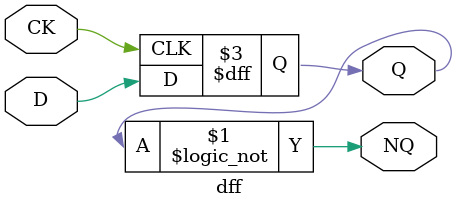
<source format=v>
`timescale 1 ns / 1 ps

module dff (Q, NQ, D, CK);
	output Q; 
	output NQ;
	input D, CK;
	reg Q;
	
	assign NQ = !Q;
	
	always @(posedge CK)
		Q <= D;

endmodule

</source>
